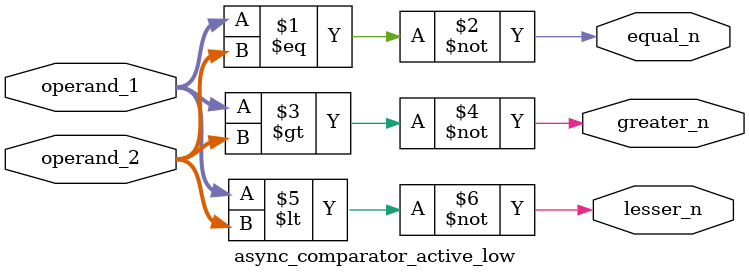
<source format=sv>
module async_comparator_active_low(
    input [7:0] operand_1,
    input [7:0] operand_2,
    output equal_n,      // Active low equal indicator
    output greater_n,    // Active low greater than indicator  
    output lesser_n      // Active low less than indicator
);
    // Combinational (asynchronous) logic with active low outputs
    assign equal_n   = ~(operand_1 == operand_2);
    assign greater_n = ~(operand_1 > operand_2);
    assign lesser_n  = ~(operand_1 < operand_2);
endmodule
</source>
